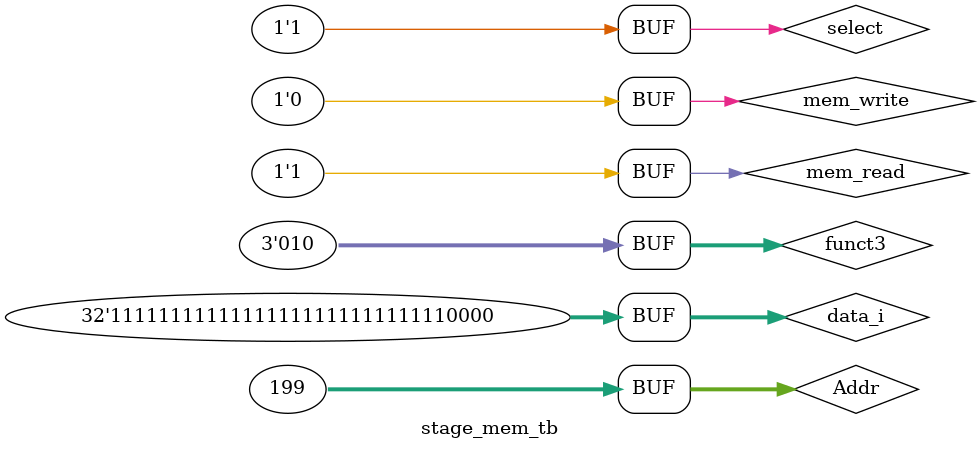
<source format=v>
`timescale 1ns / 1ps


module stage_mem_tb;
parameter XLEN=32;
parameter WORDLENGTH = 8;
//inputs
reg select, mem_read, mem_write;
reg [XLEN-1:0] Addr, data_i;
reg [2:0] funct3;
//outputs
wire [XLEN-1:0] data_o;
wire stallreq;
Stage_MEM
 uut (

 .select(select), .Addr(Addr),
 .data_i(data_i),
 .funct3(funct3),
                  .mem_read(mem_read),
 .mem_write(mem_write),
 .data_o(data_o),
 .stallreq(stallreq));

initial begin
select = 1;
#10
funct3 = 3'b010;// store word 
data_i <= 1000;
Addr = 203;
mem_write = 1;
mem_read = 0;
#10
funct3 = 3'b010;// store word 
data_i <= 2000;
Addr = 199;
mem_write = 1;
mem_read = 0;
#20
funct3 = 3'b010;//word read
data_i = 32'b11111111111111111111111111110000;
Addr = 203;
mem_write = 0;
mem_read=1;

#30
funct3 = 3'b010;//word read
data_i = 32'b11111111111111111111111111110000;
Addr = 199;
mem_write = 0;
mem_read=1;

end
endmodule

</source>
